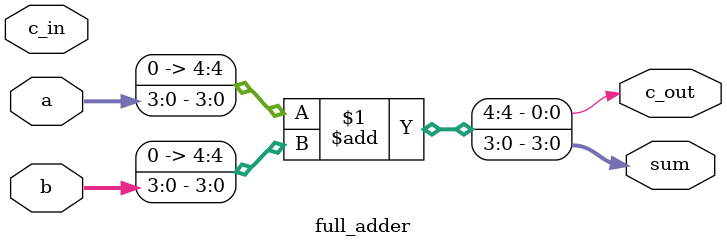
<source format=v>
module full_adder (
   sum, 
   c_out, 
   a, 
   b, 
   c_in
);

output [3:0] sum;   
output c_out;
input [3:0] a;
input [3:0] b;     
input c_in;

assign {c_out,sum} = {1'b0,a} + {1'b0,b}; 

endmodule
</source>
